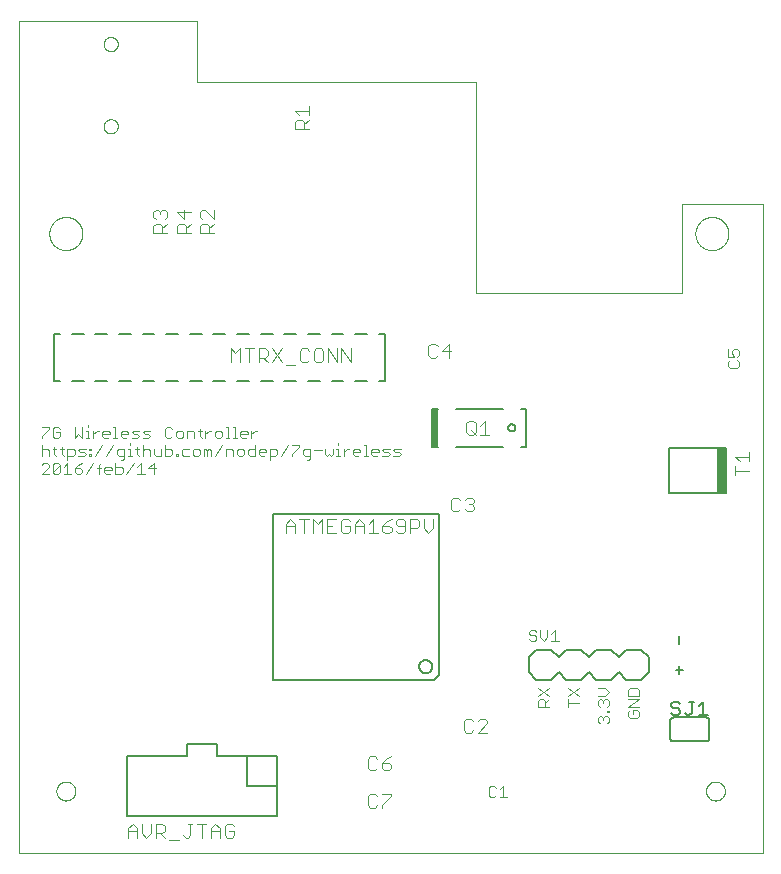
<source format=gto>
G75*
%MOIN*%
%OFA0B0*%
%FSLAX25Y25*%
%IPPOS*%
%LPD*%
%AMOC8*
5,1,8,0,0,1.08239X$1,22.5*
%
%ADD10C,0.00000*%
%ADD11C,0.00300*%
%ADD12C,0.00600*%
%ADD13C,0.00400*%
%ADD14C,0.00500*%
%ADD15R,0.02165X0.12598*%
%ADD16C,0.00800*%
%ADD17R,0.03150X0.14961*%
D10*
X0001000Y0001000D02*
X0001000Y0278402D01*
X0060557Y0278402D01*
X0060557Y0258096D01*
X0153559Y0258096D01*
X0153559Y0187850D01*
X0222270Y0187850D01*
X0222270Y0217250D01*
X0249031Y0217250D01*
X0249031Y0001000D01*
X0001000Y0001000D01*
X0013598Y0021709D02*
X0013600Y0021821D01*
X0013606Y0021932D01*
X0013616Y0022044D01*
X0013630Y0022155D01*
X0013647Y0022265D01*
X0013669Y0022375D01*
X0013695Y0022484D01*
X0013724Y0022592D01*
X0013757Y0022698D01*
X0013794Y0022804D01*
X0013835Y0022908D01*
X0013880Y0023011D01*
X0013928Y0023112D01*
X0013979Y0023211D01*
X0014034Y0023308D01*
X0014093Y0023403D01*
X0014154Y0023497D01*
X0014219Y0023588D01*
X0014288Y0023676D01*
X0014359Y0023762D01*
X0014433Y0023846D01*
X0014511Y0023926D01*
X0014591Y0024004D01*
X0014674Y0024080D01*
X0014759Y0024152D01*
X0014847Y0024221D01*
X0014937Y0024287D01*
X0015030Y0024349D01*
X0015125Y0024409D01*
X0015222Y0024465D01*
X0015320Y0024517D01*
X0015421Y0024566D01*
X0015523Y0024611D01*
X0015627Y0024653D01*
X0015732Y0024691D01*
X0015839Y0024725D01*
X0015946Y0024755D01*
X0016055Y0024782D01*
X0016164Y0024804D01*
X0016275Y0024823D01*
X0016385Y0024838D01*
X0016497Y0024849D01*
X0016608Y0024856D01*
X0016720Y0024859D01*
X0016832Y0024858D01*
X0016944Y0024853D01*
X0017055Y0024844D01*
X0017166Y0024831D01*
X0017277Y0024814D01*
X0017387Y0024794D01*
X0017496Y0024769D01*
X0017604Y0024741D01*
X0017711Y0024708D01*
X0017817Y0024672D01*
X0017921Y0024632D01*
X0018024Y0024589D01*
X0018126Y0024542D01*
X0018225Y0024491D01*
X0018323Y0024437D01*
X0018419Y0024379D01*
X0018513Y0024318D01*
X0018604Y0024254D01*
X0018693Y0024187D01*
X0018780Y0024116D01*
X0018864Y0024042D01*
X0018946Y0023966D01*
X0019024Y0023886D01*
X0019100Y0023804D01*
X0019173Y0023719D01*
X0019243Y0023632D01*
X0019309Y0023542D01*
X0019373Y0023450D01*
X0019433Y0023356D01*
X0019490Y0023260D01*
X0019543Y0023161D01*
X0019593Y0023061D01*
X0019639Y0022960D01*
X0019682Y0022856D01*
X0019721Y0022751D01*
X0019756Y0022645D01*
X0019787Y0022538D01*
X0019815Y0022429D01*
X0019838Y0022320D01*
X0019858Y0022210D01*
X0019874Y0022099D01*
X0019886Y0021988D01*
X0019894Y0021877D01*
X0019898Y0021765D01*
X0019898Y0021653D01*
X0019894Y0021541D01*
X0019886Y0021430D01*
X0019874Y0021319D01*
X0019858Y0021208D01*
X0019838Y0021098D01*
X0019815Y0020989D01*
X0019787Y0020880D01*
X0019756Y0020773D01*
X0019721Y0020667D01*
X0019682Y0020562D01*
X0019639Y0020458D01*
X0019593Y0020357D01*
X0019543Y0020257D01*
X0019490Y0020158D01*
X0019433Y0020062D01*
X0019373Y0019968D01*
X0019309Y0019876D01*
X0019243Y0019786D01*
X0019173Y0019699D01*
X0019100Y0019614D01*
X0019024Y0019532D01*
X0018946Y0019452D01*
X0018864Y0019376D01*
X0018780Y0019302D01*
X0018693Y0019231D01*
X0018604Y0019164D01*
X0018513Y0019100D01*
X0018419Y0019039D01*
X0018323Y0018981D01*
X0018225Y0018927D01*
X0018126Y0018876D01*
X0018024Y0018829D01*
X0017921Y0018786D01*
X0017817Y0018746D01*
X0017711Y0018710D01*
X0017604Y0018677D01*
X0017496Y0018649D01*
X0017387Y0018624D01*
X0017277Y0018604D01*
X0017166Y0018587D01*
X0017055Y0018574D01*
X0016944Y0018565D01*
X0016832Y0018560D01*
X0016720Y0018559D01*
X0016608Y0018562D01*
X0016497Y0018569D01*
X0016385Y0018580D01*
X0016275Y0018595D01*
X0016164Y0018614D01*
X0016055Y0018636D01*
X0015946Y0018663D01*
X0015839Y0018693D01*
X0015732Y0018727D01*
X0015627Y0018765D01*
X0015523Y0018807D01*
X0015421Y0018852D01*
X0015320Y0018901D01*
X0015222Y0018953D01*
X0015125Y0019009D01*
X0015030Y0019069D01*
X0014937Y0019131D01*
X0014847Y0019197D01*
X0014759Y0019266D01*
X0014674Y0019338D01*
X0014591Y0019414D01*
X0014511Y0019492D01*
X0014433Y0019572D01*
X0014359Y0019656D01*
X0014288Y0019742D01*
X0014219Y0019830D01*
X0014154Y0019921D01*
X0014093Y0020015D01*
X0014034Y0020110D01*
X0013979Y0020207D01*
X0013928Y0020306D01*
X0013880Y0020407D01*
X0013835Y0020510D01*
X0013794Y0020614D01*
X0013757Y0020720D01*
X0013724Y0020826D01*
X0013695Y0020934D01*
X0013669Y0021043D01*
X0013647Y0021153D01*
X0013630Y0021263D01*
X0013616Y0021374D01*
X0013606Y0021486D01*
X0013600Y0021597D01*
X0013598Y0021709D01*
X0011236Y0207535D02*
X0011238Y0207683D01*
X0011244Y0207831D01*
X0011254Y0207979D01*
X0011268Y0208126D01*
X0011286Y0208273D01*
X0011307Y0208419D01*
X0011333Y0208565D01*
X0011363Y0208710D01*
X0011396Y0208854D01*
X0011434Y0208997D01*
X0011475Y0209139D01*
X0011520Y0209280D01*
X0011568Y0209420D01*
X0011621Y0209559D01*
X0011677Y0209696D01*
X0011737Y0209831D01*
X0011800Y0209965D01*
X0011867Y0210097D01*
X0011938Y0210227D01*
X0012012Y0210355D01*
X0012089Y0210481D01*
X0012170Y0210605D01*
X0012254Y0210727D01*
X0012341Y0210846D01*
X0012432Y0210963D01*
X0012526Y0211078D01*
X0012622Y0211190D01*
X0012722Y0211300D01*
X0012824Y0211406D01*
X0012930Y0211510D01*
X0013038Y0211611D01*
X0013149Y0211709D01*
X0013262Y0211805D01*
X0013378Y0211897D01*
X0013496Y0211986D01*
X0013617Y0212071D01*
X0013740Y0212154D01*
X0013865Y0212233D01*
X0013992Y0212309D01*
X0014121Y0212381D01*
X0014252Y0212450D01*
X0014385Y0212515D01*
X0014520Y0212576D01*
X0014656Y0212634D01*
X0014793Y0212689D01*
X0014932Y0212739D01*
X0015073Y0212786D01*
X0015214Y0212829D01*
X0015357Y0212869D01*
X0015501Y0212904D01*
X0015645Y0212936D01*
X0015791Y0212963D01*
X0015937Y0212987D01*
X0016084Y0213007D01*
X0016231Y0213023D01*
X0016378Y0213035D01*
X0016526Y0213043D01*
X0016674Y0213047D01*
X0016822Y0213047D01*
X0016970Y0213043D01*
X0017118Y0213035D01*
X0017265Y0213023D01*
X0017412Y0213007D01*
X0017559Y0212987D01*
X0017705Y0212963D01*
X0017851Y0212936D01*
X0017995Y0212904D01*
X0018139Y0212869D01*
X0018282Y0212829D01*
X0018423Y0212786D01*
X0018564Y0212739D01*
X0018703Y0212689D01*
X0018840Y0212634D01*
X0018976Y0212576D01*
X0019111Y0212515D01*
X0019244Y0212450D01*
X0019375Y0212381D01*
X0019504Y0212309D01*
X0019631Y0212233D01*
X0019756Y0212154D01*
X0019879Y0212071D01*
X0020000Y0211986D01*
X0020118Y0211897D01*
X0020234Y0211805D01*
X0020347Y0211709D01*
X0020458Y0211611D01*
X0020566Y0211510D01*
X0020672Y0211406D01*
X0020774Y0211300D01*
X0020874Y0211190D01*
X0020970Y0211078D01*
X0021064Y0210963D01*
X0021155Y0210846D01*
X0021242Y0210727D01*
X0021326Y0210605D01*
X0021407Y0210481D01*
X0021484Y0210355D01*
X0021558Y0210227D01*
X0021629Y0210097D01*
X0021696Y0209965D01*
X0021759Y0209831D01*
X0021819Y0209696D01*
X0021875Y0209559D01*
X0021928Y0209420D01*
X0021976Y0209280D01*
X0022021Y0209139D01*
X0022062Y0208997D01*
X0022100Y0208854D01*
X0022133Y0208710D01*
X0022163Y0208565D01*
X0022189Y0208419D01*
X0022210Y0208273D01*
X0022228Y0208126D01*
X0022242Y0207979D01*
X0022252Y0207831D01*
X0022258Y0207683D01*
X0022260Y0207535D01*
X0022258Y0207387D01*
X0022252Y0207239D01*
X0022242Y0207091D01*
X0022228Y0206944D01*
X0022210Y0206797D01*
X0022189Y0206651D01*
X0022163Y0206505D01*
X0022133Y0206360D01*
X0022100Y0206216D01*
X0022062Y0206073D01*
X0022021Y0205931D01*
X0021976Y0205790D01*
X0021928Y0205650D01*
X0021875Y0205511D01*
X0021819Y0205374D01*
X0021759Y0205239D01*
X0021696Y0205105D01*
X0021629Y0204973D01*
X0021558Y0204843D01*
X0021484Y0204715D01*
X0021407Y0204589D01*
X0021326Y0204465D01*
X0021242Y0204343D01*
X0021155Y0204224D01*
X0021064Y0204107D01*
X0020970Y0203992D01*
X0020874Y0203880D01*
X0020774Y0203770D01*
X0020672Y0203664D01*
X0020566Y0203560D01*
X0020458Y0203459D01*
X0020347Y0203361D01*
X0020234Y0203265D01*
X0020118Y0203173D01*
X0020000Y0203084D01*
X0019879Y0202999D01*
X0019756Y0202916D01*
X0019631Y0202837D01*
X0019504Y0202761D01*
X0019375Y0202689D01*
X0019244Y0202620D01*
X0019111Y0202555D01*
X0018976Y0202494D01*
X0018840Y0202436D01*
X0018703Y0202381D01*
X0018564Y0202331D01*
X0018423Y0202284D01*
X0018282Y0202241D01*
X0018139Y0202201D01*
X0017995Y0202166D01*
X0017851Y0202134D01*
X0017705Y0202107D01*
X0017559Y0202083D01*
X0017412Y0202063D01*
X0017265Y0202047D01*
X0017118Y0202035D01*
X0016970Y0202027D01*
X0016822Y0202023D01*
X0016674Y0202023D01*
X0016526Y0202027D01*
X0016378Y0202035D01*
X0016231Y0202047D01*
X0016084Y0202063D01*
X0015937Y0202083D01*
X0015791Y0202107D01*
X0015645Y0202134D01*
X0015501Y0202166D01*
X0015357Y0202201D01*
X0015214Y0202241D01*
X0015073Y0202284D01*
X0014932Y0202331D01*
X0014793Y0202381D01*
X0014656Y0202436D01*
X0014520Y0202494D01*
X0014385Y0202555D01*
X0014252Y0202620D01*
X0014121Y0202689D01*
X0013992Y0202761D01*
X0013865Y0202837D01*
X0013740Y0202916D01*
X0013617Y0202999D01*
X0013496Y0203084D01*
X0013378Y0203173D01*
X0013262Y0203265D01*
X0013149Y0203361D01*
X0013038Y0203459D01*
X0012930Y0203560D01*
X0012824Y0203664D01*
X0012722Y0203770D01*
X0012622Y0203880D01*
X0012526Y0203992D01*
X0012432Y0204107D01*
X0012341Y0204224D01*
X0012254Y0204343D01*
X0012170Y0204465D01*
X0012089Y0204589D01*
X0012012Y0204715D01*
X0011938Y0204843D01*
X0011867Y0204973D01*
X0011800Y0205105D01*
X0011737Y0205239D01*
X0011677Y0205374D01*
X0011621Y0205511D01*
X0011568Y0205650D01*
X0011520Y0205790D01*
X0011475Y0205931D01*
X0011434Y0206073D01*
X0011396Y0206216D01*
X0011363Y0206360D01*
X0011333Y0206505D01*
X0011307Y0206651D01*
X0011286Y0206797D01*
X0011268Y0206944D01*
X0011254Y0207091D01*
X0011244Y0207239D01*
X0011238Y0207387D01*
X0011236Y0207535D01*
X0029347Y0243283D02*
X0029349Y0243380D01*
X0029355Y0243477D01*
X0029365Y0243573D01*
X0029379Y0243669D01*
X0029397Y0243765D01*
X0029418Y0243859D01*
X0029444Y0243953D01*
X0029473Y0244045D01*
X0029507Y0244136D01*
X0029543Y0244226D01*
X0029584Y0244314D01*
X0029628Y0244400D01*
X0029676Y0244485D01*
X0029727Y0244567D01*
X0029781Y0244648D01*
X0029839Y0244726D01*
X0029900Y0244801D01*
X0029963Y0244874D01*
X0030030Y0244945D01*
X0030100Y0245012D01*
X0030172Y0245077D01*
X0030247Y0245138D01*
X0030325Y0245197D01*
X0030404Y0245252D01*
X0030486Y0245304D01*
X0030570Y0245352D01*
X0030656Y0245397D01*
X0030744Y0245439D01*
X0030833Y0245477D01*
X0030924Y0245511D01*
X0031016Y0245541D01*
X0031109Y0245568D01*
X0031204Y0245590D01*
X0031299Y0245609D01*
X0031395Y0245624D01*
X0031491Y0245635D01*
X0031588Y0245642D01*
X0031685Y0245645D01*
X0031782Y0245644D01*
X0031879Y0245639D01*
X0031975Y0245630D01*
X0032071Y0245617D01*
X0032167Y0245600D01*
X0032262Y0245579D01*
X0032355Y0245555D01*
X0032448Y0245526D01*
X0032540Y0245494D01*
X0032630Y0245458D01*
X0032718Y0245419D01*
X0032805Y0245375D01*
X0032890Y0245329D01*
X0032973Y0245278D01*
X0033054Y0245225D01*
X0033132Y0245168D01*
X0033209Y0245108D01*
X0033282Y0245045D01*
X0033353Y0244979D01*
X0033421Y0244910D01*
X0033487Y0244838D01*
X0033549Y0244764D01*
X0033608Y0244687D01*
X0033664Y0244608D01*
X0033717Y0244526D01*
X0033767Y0244443D01*
X0033812Y0244357D01*
X0033855Y0244270D01*
X0033894Y0244181D01*
X0033929Y0244091D01*
X0033960Y0243999D01*
X0033987Y0243906D01*
X0034011Y0243812D01*
X0034031Y0243717D01*
X0034047Y0243621D01*
X0034059Y0243525D01*
X0034067Y0243428D01*
X0034071Y0243331D01*
X0034071Y0243235D01*
X0034067Y0243138D01*
X0034059Y0243041D01*
X0034047Y0242945D01*
X0034031Y0242849D01*
X0034011Y0242754D01*
X0033987Y0242660D01*
X0033960Y0242567D01*
X0033929Y0242475D01*
X0033894Y0242385D01*
X0033855Y0242296D01*
X0033812Y0242209D01*
X0033767Y0242123D01*
X0033717Y0242040D01*
X0033664Y0241958D01*
X0033608Y0241879D01*
X0033549Y0241802D01*
X0033487Y0241728D01*
X0033421Y0241656D01*
X0033353Y0241587D01*
X0033282Y0241521D01*
X0033209Y0241458D01*
X0033132Y0241398D01*
X0033054Y0241341D01*
X0032973Y0241288D01*
X0032890Y0241237D01*
X0032805Y0241191D01*
X0032718Y0241147D01*
X0032630Y0241108D01*
X0032540Y0241072D01*
X0032448Y0241040D01*
X0032355Y0241011D01*
X0032262Y0240987D01*
X0032167Y0240966D01*
X0032071Y0240949D01*
X0031975Y0240936D01*
X0031879Y0240927D01*
X0031782Y0240922D01*
X0031685Y0240921D01*
X0031588Y0240924D01*
X0031491Y0240931D01*
X0031395Y0240942D01*
X0031299Y0240957D01*
X0031204Y0240976D01*
X0031109Y0240998D01*
X0031016Y0241025D01*
X0030924Y0241055D01*
X0030833Y0241089D01*
X0030744Y0241127D01*
X0030656Y0241169D01*
X0030570Y0241214D01*
X0030486Y0241262D01*
X0030404Y0241314D01*
X0030325Y0241369D01*
X0030247Y0241428D01*
X0030172Y0241489D01*
X0030100Y0241554D01*
X0030030Y0241621D01*
X0029963Y0241692D01*
X0029900Y0241765D01*
X0029839Y0241840D01*
X0029781Y0241918D01*
X0029727Y0241999D01*
X0029676Y0242081D01*
X0029628Y0242166D01*
X0029584Y0242252D01*
X0029543Y0242340D01*
X0029507Y0242430D01*
X0029473Y0242521D01*
X0029444Y0242613D01*
X0029418Y0242707D01*
X0029397Y0242801D01*
X0029379Y0242897D01*
X0029365Y0242993D01*
X0029355Y0243089D01*
X0029349Y0243186D01*
X0029347Y0243283D01*
X0029347Y0270685D02*
X0029349Y0270782D01*
X0029355Y0270879D01*
X0029365Y0270975D01*
X0029379Y0271071D01*
X0029397Y0271167D01*
X0029418Y0271261D01*
X0029444Y0271355D01*
X0029473Y0271447D01*
X0029507Y0271538D01*
X0029543Y0271628D01*
X0029584Y0271716D01*
X0029628Y0271802D01*
X0029676Y0271887D01*
X0029727Y0271969D01*
X0029781Y0272050D01*
X0029839Y0272128D01*
X0029900Y0272203D01*
X0029963Y0272276D01*
X0030030Y0272347D01*
X0030100Y0272414D01*
X0030172Y0272479D01*
X0030247Y0272540D01*
X0030325Y0272599D01*
X0030404Y0272654D01*
X0030486Y0272706D01*
X0030570Y0272754D01*
X0030656Y0272799D01*
X0030744Y0272841D01*
X0030833Y0272879D01*
X0030924Y0272913D01*
X0031016Y0272943D01*
X0031109Y0272970D01*
X0031204Y0272992D01*
X0031299Y0273011D01*
X0031395Y0273026D01*
X0031491Y0273037D01*
X0031588Y0273044D01*
X0031685Y0273047D01*
X0031782Y0273046D01*
X0031879Y0273041D01*
X0031975Y0273032D01*
X0032071Y0273019D01*
X0032167Y0273002D01*
X0032262Y0272981D01*
X0032355Y0272957D01*
X0032448Y0272928D01*
X0032540Y0272896D01*
X0032630Y0272860D01*
X0032718Y0272821D01*
X0032805Y0272777D01*
X0032890Y0272731D01*
X0032973Y0272680D01*
X0033054Y0272627D01*
X0033132Y0272570D01*
X0033209Y0272510D01*
X0033282Y0272447D01*
X0033353Y0272381D01*
X0033421Y0272312D01*
X0033487Y0272240D01*
X0033549Y0272166D01*
X0033608Y0272089D01*
X0033664Y0272010D01*
X0033717Y0271928D01*
X0033767Y0271845D01*
X0033812Y0271759D01*
X0033855Y0271672D01*
X0033894Y0271583D01*
X0033929Y0271493D01*
X0033960Y0271401D01*
X0033987Y0271308D01*
X0034011Y0271214D01*
X0034031Y0271119D01*
X0034047Y0271023D01*
X0034059Y0270927D01*
X0034067Y0270830D01*
X0034071Y0270733D01*
X0034071Y0270637D01*
X0034067Y0270540D01*
X0034059Y0270443D01*
X0034047Y0270347D01*
X0034031Y0270251D01*
X0034011Y0270156D01*
X0033987Y0270062D01*
X0033960Y0269969D01*
X0033929Y0269877D01*
X0033894Y0269787D01*
X0033855Y0269698D01*
X0033812Y0269611D01*
X0033767Y0269525D01*
X0033717Y0269442D01*
X0033664Y0269360D01*
X0033608Y0269281D01*
X0033549Y0269204D01*
X0033487Y0269130D01*
X0033421Y0269058D01*
X0033353Y0268989D01*
X0033282Y0268923D01*
X0033209Y0268860D01*
X0033132Y0268800D01*
X0033054Y0268743D01*
X0032973Y0268690D01*
X0032890Y0268639D01*
X0032805Y0268593D01*
X0032718Y0268549D01*
X0032630Y0268510D01*
X0032540Y0268474D01*
X0032448Y0268442D01*
X0032355Y0268413D01*
X0032262Y0268389D01*
X0032167Y0268368D01*
X0032071Y0268351D01*
X0031975Y0268338D01*
X0031879Y0268329D01*
X0031782Y0268324D01*
X0031685Y0268323D01*
X0031588Y0268326D01*
X0031491Y0268333D01*
X0031395Y0268344D01*
X0031299Y0268359D01*
X0031204Y0268378D01*
X0031109Y0268400D01*
X0031016Y0268427D01*
X0030924Y0268457D01*
X0030833Y0268491D01*
X0030744Y0268529D01*
X0030656Y0268571D01*
X0030570Y0268616D01*
X0030486Y0268664D01*
X0030404Y0268716D01*
X0030325Y0268771D01*
X0030247Y0268830D01*
X0030172Y0268891D01*
X0030100Y0268956D01*
X0030030Y0269023D01*
X0029963Y0269094D01*
X0029900Y0269167D01*
X0029839Y0269242D01*
X0029781Y0269320D01*
X0029727Y0269401D01*
X0029676Y0269483D01*
X0029628Y0269568D01*
X0029584Y0269654D01*
X0029543Y0269742D01*
X0029507Y0269832D01*
X0029473Y0269923D01*
X0029444Y0270015D01*
X0029418Y0270109D01*
X0029397Y0270203D01*
X0029379Y0270299D01*
X0029365Y0270395D01*
X0029355Y0270491D01*
X0029349Y0270588D01*
X0029347Y0270685D01*
X0226590Y0207535D02*
X0226592Y0207683D01*
X0226598Y0207831D01*
X0226608Y0207979D01*
X0226622Y0208126D01*
X0226640Y0208273D01*
X0226661Y0208419D01*
X0226687Y0208565D01*
X0226717Y0208710D01*
X0226750Y0208854D01*
X0226788Y0208997D01*
X0226829Y0209139D01*
X0226874Y0209280D01*
X0226922Y0209420D01*
X0226975Y0209559D01*
X0227031Y0209696D01*
X0227091Y0209831D01*
X0227154Y0209965D01*
X0227221Y0210097D01*
X0227292Y0210227D01*
X0227366Y0210355D01*
X0227443Y0210481D01*
X0227524Y0210605D01*
X0227608Y0210727D01*
X0227695Y0210846D01*
X0227786Y0210963D01*
X0227880Y0211078D01*
X0227976Y0211190D01*
X0228076Y0211300D01*
X0228178Y0211406D01*
X0228284Y0211510D01*
X0228392Y0211611D01*
X0228503Y0211709D01*
X0228616Y0211805D01*
X0228732Y0211897D01*
X0228850Y0211986D01*
X0228971Y0212071D01*
X0229094Y0212154D01*
X0229219Y0212233D01*
X0229346Y0212309D01*
X0229475Y0212381D01*
X0229606Y0212450D01*
X0229739Y0212515D01*
X0229874Y0212576D01*
X0230010Y0212634D01*
X0230147Y0212689D01*
X0230286Y0212739D01*
X0230427Y0212786D01*
X0230568Y0212829D01*
X0230711Y0212869D01*
X0230855Y0212904D01*
X0230999Y0212936D01*
X0231145Y0212963D01*
X0231291Y0212987D01*
X0231438Y0213007D01*
X0231585Y0213023D01*
X0231732Y0213035D01*
X0231880Y0213043D01*
X0232028Y0213047D01*
X0232176Y0213047D01*
X0232324Y0213043D01*
X0232472Y0213035D01*
X0232619Y0213023D01*
X0232766Y0213007D01*
X0232913Y0212987D01*
X0233059Y0212963D01*
X0233205Y0212936D01*
X0233349Y0212904D01*
X0233493Y0212869D01*
X0233636Y0212829D01*
X0233777Y0212786D01*
X0233918Y0212739D01*
X0234057Y0212689D01*
X0234194Y0212634D01*
X0234330Y0212576D01*
X0234465Y0212515D01*
X0234598Y0212450D01*
X0234729Y0212381D01*
X0234858Y0212309D01*
X0234985Y0212233D01*
X0235110Y0212154D01*
X0235233Y0212071D01*
X0235354Y0211986D01*
X0235472Y0211897D01*
X0235588Y0211805D01*
X0235701Y0211709D01*
X0235812Y0211611D01*
X0235920Y0211510D01*
X0236026Y0211406D01*
X0236128Y0211300D01*
X0236228Y0211190D01*
X0236324Y0211078D01*
X0236418Y0210963D01*
X0236509Y0210846D01*
X0236596Y0210727D01*
X0236680Y0210605D01*
X0236761Y0210481D01*
X0236838Y0210355D01*
X0236912Y0210227D01*
X0236983Y0210097D01*
X0237050Y0209965D01*
X0237113Y0209831D01*
X0237173Y0209696D01*
X0237229Y0209559D01*
X0237282Y0209420D01*
X0237330Y0209280D01*
X0237375Y0209139D01*
X0237416Y0208997D01*
X0237454Y0208854D01*
X0237487Y0208710D01*
X0237517Y0208565D01*
X0237543Y0208419D01*
X0237564Y0208273D01*
X0237582Y0208126D01*
X0237596Y0207979D01*
X0237606Y0207831D01*
X0237612Y0207683D01*
X0237614Y0207535D01*
X0237612Y0207387D01*
X0237606Y0207239D01*
X0237596Y0207091D01*
X0237582Y0206944D01*
X0237564Y0206797D01*
X0237543Y0206651D01*
X0237517Y0206505D01*
X0237487Y0206360D01*
X0237454Y0206216D01*
X0237416Y0206073D01*
X0237375Y0205931D01*
X0237330Y0205790D01*
X0237282Y0205650D01*
X0237229Y0205511D01*
X0237173Y0205374D01*
X0237113Y0205239D01*
X0237050Y0205105D01*
X0236983Y0204973D01*
X0236912Y0204843D01*
X0236838Y0204715D01*
X0236761Y0204589D01*
X0236680Y0204465D01*
X0236596Y0204343D01*
X0236509Y0204224D01*
X0236418Y0204107D01*
X0236324Y0203992D01*
X0236228Y0203880D01*
X0236128Y0203770D01*
X0236026Y0203664D01*
X0235920Y0203560D01*
X0235812Y0203459D01*
X0235701Y0203361D01*
X0235588Y0203265D01*
X0235472Y0203173D01*
X0235354Y0203084D01*
X0235233Y0202999D01*
X0235110Y0202916D01*
X0234985Y0202837D01*
X0234858Y0202761D01*
X0234729Y0202689D01*
X0234598Y0202620D01*
X0234465Y0202555D01*
X0234330Y0202494D01*
X0234194Y0202436D01*
X0234057Y0202381D01*
X0233918Y0202331D01*
X0233777Y0202284D01*
X0233636Y0202241D01*
X0233493Y0202201D01*
X0233349Y0202166D01*
X0233205Y0202134D01*
X0233059Y0202107D01*
X0232913Y0202083D01*
X0232766Y0202063D01*
X0232619Y0202047D01*
X0232472Y0202035D01*
X0232324Y0202027D01*
X0232176Y0202023D01*
X0232028Y0202023D01*
X0231880Y0202027D01*
X0231732Y0202035D01*
X0231585Y0202047D01*
X0231438Y0202063D01*
X0231291Y0202083D01*
X0231145Y0202107D01*
X0230999Y0202134D01*
X0230855Y0202166D01*
X0230711Y0202201D01*
X0230568Y0202241D01*
X0230427Y0202284D01*
X0230286Y0202331D01*
X0230147Y0202381D01*
X0230010Y0202436D01*
X0229874Y0202494D01*
X0229739Y0202555D01*
X0229606Y0202620D01*
X0229475Y0202689D01*
X0229346Y0202761D01*
X0229219Y0202837D01*
X0229094Y0202916D01*
X0228971Y0202999D01*
X0228850Y0203084D01*
X0228732Y0203173D01*
X0228616Y0203265D01*
X0228503Y0203361D01*
X0228392Y0203459D01*
X0228284Y0203560D01*
X0228178Y0203664D01*
X0228076Y0203770D01*
X0227976Y0203880D01*
X0227880Y0203992D01*
X0227786Y0204107D01*
X0227695Y0204224D01*
X0227608Y0204343D01*
X0227524Y0204465D01*
X0227443Y0204589D01*
X0227366Y0204715D01*
X0227292Y0204843D01*
X0227221Y0204973D01*
X0227154Y0205105D01*
X0227091Y0205239D01*
X0227031Y0205374D01*
X0226975Y0205511D01*
X0226922Y0205650D01*
X0226874Y0205790D01*
X0226829Y0205931D01*
X0226788Y0206073D01*
X0226750Y0206216D01*
X0226717Y0206360D01*
X0226687Y0206505D01*
X0226661Y0206651D01*
X0226640Y0206797D01*
X0226622Y0206944D01*
X0226608Y0207091D01*
X0226598Y0207239D01*
X0226592Y0207387D01*
X0226590Y0207535D01*
X0230133Y0021709D02*
X0230135Y0021821D01*
X0230141Y0021932D01*
X0230151Y0022044D01*
X0230165Y0022155D01*
X0230182Y0022265D01*
X0230204Y0022375D01*
X0230230Y0022484D01*
X0230259Y0022592D01*
X0230292Y0022698D01*
X0230329Y0022804D01*
X0230370Y0022908D01*
X0230415Y0023011D01*
X0230463Y0023112D01*
X0230514Y0023211D01*
X0230569Y0023308D01*
X0230628Y0023403D01*
X0230689Y0023497D01*
X0230754Y0023588D01*
X0230823Y0023676D01*
X0230894Y0023762D01*
X0230968Y0023846D01*
X0231046Y0023926D01*
X0231126Y0024004D01*
X0231209Y0024080D01*
X0231294Y0024152D01*
X0231382Y0024221D01*
X0231472Y0024287D01*
X0231565Y0024349D01*
X0231660Y0024409D01*
X0231757Y0024465D01*
X0231855Y0024517D01*
X0231956Y0024566D01*
X0232058Y0024611D01*
X0232162Y0024653D01*
X0232267Y0024691D01*
X0232374Y0024725D01*
X0232481Y0024755D01*
X0232590Y0024782D01*
X0232699Y0024804D01*
X0232810Y0024823D01*
X0232920Y0024838D01*
X0233032Y0024849D01*
X0233143Y0024856D01*
X0233255Y0024859D01*
X0233367Y0024858D01*
X0233479Y0024853D01*
X0233590Y0024844D01*
X0233701Y0024831D01*
X0233812Y0024814D01*
X0233922Y0024794D01*
X0234031Y0024769D01*
X0234139Y0024741D01*
X0234246Y0024708D01*
X0234352Y0024672D01*
X0234456Y0024632D01*
X0234559Y0024589D01*
X0234661Y0024542D01*
X0234760Y0024491D01*
X0234858Y0024437D01*
X0234954Y0024379D01*
X0235048Y0024318D01*
X0235139Y0024254D01*
X0235228Y0024187D01*
X0235315Y0024116D01*
X0235399Y0024042D01*
X0235481Y0023966D01*
X0235559Y0023886D01*
X0235635Y0023804D01*
X0235708Y0023719D01*
X0235778Y0023632D01*
X0235844Y0023542D01*
X0235908Y0023450D01*
X0235968Y0023356D01*
X0236025Y0023260D01*
X0236078Y0023161D01*
X0236128Y0023061D01*
X0236174Y0022960D01*
X0236217Y0022856D01*
X0236256Y0022751D01*
X0236291Y0022645D01*
X0236322Y0022538D01*
X0236350Y0022429D01*
X0236373Y0022320D01*
X0236393Y0022210D01*
X0236409Y0022099D01*
X0236421Y0021988D01*
X0236429Y0021877D01*
X0236433Y0021765D01*
X0236433Y0021653D01*
X0236429Y0021541D01*
X0236421Y0021430D01*
X0236409Y0021319D01*
X0236393Y0021208D01*
X0236373Y0021098D01*
X0236350Y0020989D01*
X0236322Y0020880D01*
X0236291Y0020773D01*
X0236256Y0020667D01*
X0236217Y0020562D01*
X0236174Y0020458D01*
X0236128Y0020357D01*
X0236078Y0020257D01*
X0236025Y0020158D01*
X0235968Y0020062D01*
X0235908Y0019968D01*
X0235844Y0019876D01*
X0235778Y0019786D01*
X0235708Y0019699D01*
X0235635Y0019614D01*
X0235559Y0019532D01*
X0235481Y0019452D01*
X0235399Y0019376D01*
X0235315Y0019302D01*
X0235228Y0019231D01*
X0235139Y0019164D01*
X0235048Y0019100D01*
X0234954Y0019039D01*
X0234858Y0018981D01*
X0234760Y0018927D01*
X0234661Y0018876D01*
X0234559Y0018829D01*
X0234456Y0018786D01*
X0234352Y0018746D01*
X0234246Y0018710D01*
X0234139Y0018677D01*
X0234031Y0018649D01*
X0233922Y0018624D01*
X0233812Y0018604D01*
X0233701Y0018587D01*
X0233590Y0018574D01*
X0233479Y0018565D01*
X0233367Y0018560D01*
X0233255Y0018559D01*
X0233143Y0018562D01*
X0233032Y0018569D01*
X0232920Y0018580D01*
X0232810Y0018595D01*
X0232699Y0018614D01*
X0232590Y0018636D01*
X0232481Y0018663D01*
X0232374Y0018693D01*
X0232267Y0018727D01*
X0232162Y0018765D01*
X0232058Y0018807D01*
X0231956Y0018852D01*
X0231855Y0018901D01*
X0231757Y0018953D01*
X0231660Y0019009D01*
X0231565Y0019069D01*
X0231472Y0019131D01*
X0231382Y0019197D01*
X0231294Y0019266D01*
X0231209Y0019338D01*
X0231126Y0019414D01*
X0231046Y0019492D01*
X0230968Y0019572D01*
X0230894Y0019656D01*
X0230823Y0019742D01*
X0230754Y0019830D01*
X0230689Y0019921D01*
X0230628Y0020015D01*
X0230569Y0020110D01*
X0230514Y0020207D01*
X0230463Y0020306D01*
X0230415Y0020407D01*
X0230370Y0020510D01*
X0230329Y0020614D01*
X0230292Y0020720D01*
X0230259Y0020826D01*
X0230230Y0020934D01*
X0230204Y0021043D01*
X0230182Y0021153D01*
X0230165Y0021263D01*
X0230151Y0021374D01*
X0230141Y0021486D01*
X0230135Y0021597D01*
X0230133Y0021709D01*
D11*
X0207108Y0046100D02*
X0207725Y0046717D01*
X0207725Y0047951D01*
X0207108Y0048568D01*
X0205873Y0048568D01*
X0205873Y0047334D01*
X0204639Y0048568D02*
X0204022Y0047951D01*
X0204022Y0046717D01*
X0204639Y0046100D01*
X0207108Y0046100D01*
X0207725Y0049783D02*
X0204022Y0049783D01*
X0207725Y0052252D01*
X0204022Y0052252D01*
X0204022Y0053466D02*
X0204022Y0055317D01*
X0204639Y0055935D01*
X0207108Y0055935D01*
X0207725Y0055317D01*
X0207725Y0053466D01*
X0204022Y0053466D01*
X0197725Y0054700D02*
X0196491Y0055935D01*
X0194022Y0055935D01*
X0194022Y0053466D02*
X0196491Y0053466D01*
X0197725Y0054700D01*
X0197108Y0052252D02*
X0197725Y0051634D01*
X0197725Y0050400D01*
X0197108Y0049783D01*
X0197108Y0048558D02*
X0197725Y0048558D01*
X0197725Y0047941D01*
X0197108Y0047941D01*
X0197108Y0048558D01*
X0197108Y0046727D02*
X0197725Y0046110D01*
X0197725Y0044875D01*
X0197108Y0044258D01*
X0195873Y0045492D02*
X0195873Y0046110D01*
X0196491Y0046727D01*
X0197108Y0046727D01*
X0195873Y0046110D02*
X0195256Y0046727D01*
X0194639Y0046727D01*
X0194022Y0046110D01*
X0194022Y0044875D01*
X0194639Y0044258D01*
X0194639Y0049783D02*
X0194022Y0050400D01*
X0194022Y0051634D01*
X0194639Y0052252D01*
X0195256Y0052252D01*
X0195873Y0051634D01*
X0196491Y0052252D01*
X0197108Y0052252D01*
X0195873Y0051634D02*
X0195873Y0051017D01*
X0187725Y0051017D02*
X0184022Y0051017D01*
X0184022Y0049783D02*
X0184022Y0052252D01*
X0184022Y0053466D02*
X0187725Y0055935D01*
X0187725Y0053466D02*
X0184022Y0055935D01*
X0177725Y0055935D02*
X0174022Y0053466D01*
X0174639Y0052252D02*
X0175873Y0052252D01*
X0176491Y0051634D01*
X0176491Y0049783D01*
X0177725Y0049783D02*
X0174022Y0049783D01*
X0174022Y0051634D01*
X0174639Y0052252D01*
X0176491Y0051017D02*
X0177725Y0052252D01*
X0177725Y0053466D02*
X0174022Y0055935D01*
X0162589Y0023476D02*
X0162589Y0019773D01*
X0161355Y0019773D02*
X0163823Y0019773D01*
X0161355Y0022242D02*
X0162589Y0023476D01*
X0160140Y0022859D02*
X0159523Y0023476D01*
X0158289Y0023476D01*
X0157672Y0022859D01*
X0157672Y0020390D01*
X0158289Y0019773D01*
X0159523Y0019773D01*
X0160140Y0020390D01*
X0097669Y0132166D02*
X0097052Y0132166D01*
X0097669Y0132166D02*
X0098287Y0132783D01*
X0098287Y0135869D01*
X0096435Y0135869D01*
X0095818Y0135252D01*
X0095818Y0134017D01*
X0096435Y0133400D01*
X0098287Y0133400D01*
X0099501Y0135252D02*
X0101970Y0135252D01*
X0103184Y0135869D02*
X0103184Y0134017D01*
X0103801Y0133400D01*
X0104418Y0134017D01*
X0105036Y0133400D01*
X0105653Y0134017D01*
X0105653Y0135869D01*
X0106867Y0135869D02*
X0107484Y0135869D01*
X0107484Y0133400D01*
X0106867Y0133400D02*
X0108102Y0133400D01*
X0109323Y0133400D02*
X0109323Y0135869D01*
X0110557Y0135869D02*
X0109323Y0134634D01*
X0110557Y0135869D02*
X0111174Y0135869D01*
X0112392Y0135252D02*
X0113009Y0135869D01*
X0114243Y0135869D01*
X0114861Y0135252D01*
X0114861Y0134634D01*
X0112392Y0134634D01*
X0112392Y0134017D02*
X0112392Y0135252D01*
X0112392Y0134017D02*
X0113009Y0133400D01*
X0114243Y0133400D01*
X0116075Y0133400D02*
X0117309Y0133400D01*
X0116692Y0133400D02*
X0116692Y0137103D01*
X0116075Y0137103D01*
X0118530Y0135252D02*
X0119148Y0135869D01*
X0120382Y0135869D01*
X0120999Y0135252D01*
X0120999Y0134634D01*
X0118530Y0134634D01*
X0118530Y0134017D02*
X0118530Y0135252D01*
X0118530Y0134017D02*
X0119148Y0133400D01*
X0120382Y0133400D01*
X0122214Y0133400D02*
X0124065Y0133400D01*
X0124682Y0134017D01*
X0124065Y0134634D01*
X0122831Y0134634D01*
X0122214Y0135252D01*
X0122831Y0135869D01*
X0124682Y0135869D01*
X0125897Y0135252D02*
X0126514Y0135869D01*
X0128366Y0135869D01*
X0127748Y0134634D02*
X0126514Y0134634D01*
X0125897Y0135252D01*
X0125897Y0133400D02*
X0127748Y0133400D01*
X0128366Y0134017D01*
X0127748Y0134634D01*
X0107484Y0137103D02*
X0107484Y0137720D01*
X0094603Y0137103D02*
X0094603Y0136486D01*
X0092135Y0134017D01*
X0092135Y0133400D01*
X0088451Y0133400D02*
X0090920Y0137103D01*
X0092135Y0137103D02*
X0094603Y0137103D01*
X0087237Y0135252D02*
X0087237Y0134017D01*
X0086620Y0133400D01*
X0084768Y0133400D01*
X0084768Y0132166D02*
X0084768Y0135869D01*
X0086620Y0135869D01*
X0087237Y0135252D01*
X0083554Y0135252D02*
X0083554Y0134634D01*
X0081085Y0134634D01*
X0081085Y0134017D02*
X0081085Y0135252D01*
X0081702Y0135869D01*
X0082937Y0135869D01*
X0083554Y0135252D01*
X0082937Y0133400D02*
X0081702Y0133400D01*
X0081085Y0134017D01*
X0079871Y0133400D02*
X0079871Y0137103D01*
X0079871Y0135869D02*
X0078019Y0135869D01*
X0077402Y0135252D01*
X0077402Y0134017D01*
X0078019Y0133400D01*
X0079871Y0133400D01*
X0076188Y0134017D02*
X0076188Y0135252D01*
X0075570Y0135869D01*
X0074336Y0135869D01*
X0073719Y0135252D01*
X0073719Y0134017D01*
X0074336Y0133400D01*
X0075570Y0133400D01*
X0076188Y0134017D01*
X0072505Y0133400D02*
X0072505Y0135252D01*
X0071887Y0135869D01*
X0070036Y0135869D01*
X0070036Y0133400D01*
X0066353Y0133400D02*
X0068821Y0137103D01*
X0068204Y0139400D02*
X0066970Y0139400D01*
X0066353Y0140017D01*
X0066353Y0141252D01*
X0066970Y0141869D01*
X0068204Y0141869D01*
X0068821Y0141252D01*
X0068821Y0140017D01*
X0068204Y0139400D01*
X0070036Y0139400D02*
X0071270Y0139400D01*
X0070653Y0139400D02*
X0070653Y0143103D01*
X0070036Y0143103D01*
X0072491Y0143103D02*
X0073108Y0143103D01*
X0073108Y0139400D01*
X0072491Y0139400D02*
X0073726Y0139400D01*
X0074947Y0140017D02*
X0074947Y0141252D01*
X0075564Y0141869D01*
X0076798Y0141869D01*
X0077415Y0141252D01*
X0077415Y0140634D01*
X0074947Y0140634D01*
X0074947Y0140017D02*
X0075564Y0139400D01*
X0076798Y0139400D01*
X0078630Y0139400D02*
X0078630Y0141869D01*
X0079864Y0141869D02*
X0080481Y0141869D01*
X0079864Y0141869D02*
X0078630Y0140634D01*
X0065135Y0141869D02*
X0064518Y0141869D01*
X0063283Y0140634D01*
X0063283Y0139400D02*
X0063283Y0141869D01*
X0062062Y0141869D02*
X0060828Y0141869D01*
X0061445Y0142486D02*
X0061445Y0140017D01*
X0062062Y0139400D01*
X0059613Y0139400D02*
X0059613Y0141252D01*
X0058996Y0141869D01*
X0057145Y0141869D01*
X0057145Y0139400D01*
X0055930Y0140017D02*
X0055930Y0141252D01*
X0055313Y0141869D01*
X0054079Y0141869D01*
X0053462Y0141252D01*
X0053462Y0140017D01*
X0054079Y0139400D01*
X0055313Y0139400D01*
X0055930Y0140017D01*
X0052247Y0140017D02*
X0051630Y0139400D01*
X0050396Y0139400D01*
X0049778Y0140017D01*
X0049778Y0142486D01*
X0050396Y0143103D01*
X0051630Y0143103D01*
X0052247Y0142486D01*
X0049778Y0137103D02*
X0049778Y0133400D01*
X0051630Y0133400D01*
X0052247Y0134017D01*
X0052247Y0135252D01*
X0051630Y0135869D01*
X0049778Y0135869D01*
X0048564Y0135869D02*
X0048564Y0133400D01*
X0046712Y0133400D01*
X0046095Y0134017D01*
X0046095Y0135869D01*
X0044881Y0135252D02*
X0044881Y0133400D01*
X0044881Y0135252D02*
X0044264Y0135869D01*
X0043029Y0135869D01*
X0042412Y0135252D01*
X0041191Y0135869D02*
X0039957Y0135869D01*
X0040574Y0136486D02*
X0040574Y0134017D01*
X0041191Y0133400D01*
X0042412Y0133400D02*
X0042412Y0137103D01*
X0042412Y0139400D02*
X0044264Y0139400D01*
X0044881Y0140017D01*
X0044264Y0140634D01*
X0043029Y0140634D01*
X0042412Y0141252D01*
X0043029Y0141869D01*
X0044881Y0141869D01*
X0041198Y0141869D02*
X0039346Y0141869D01*
X0038729Y0141252D01*
X0039346Y0140634D01*
X0040581Y0140634D01*
X0041198Y0140017D01*
X0040581Y0139400D01*
X0038729Y0139400D01*
X0037515Y0140634D02*
X0035046Y0140634D01*
X0035046Y0140017D02*
X0035046Y0141252D01*
X0035663Y0141869D01*
X0036897Y0141869D01*
X0037515Y0141252D01*
X0037515Y0140634D01*
X0036897Y0139400D02*
X0035663Y0139400D01*
X0035046Y0140017D01*
X0033825Y0139400D02*
X0032590Y0139400D01*
X0033208Y0139400D02*
X0033208Y0143103D01*
X0032590Y0143103D01*
X0030759Y0141869D02*
X0031376Y0141252D01*
X0031376Y0140634D01*
X0028907Y0140634D01*
X0028907Y0140017D02*
X0028907Y0141252D01*
X0029524Y0141869D01*
X0030759Y0141869D01*
X0030759Y0139400D02*
X0029524Y0139400D01*
X0028907Y0140017D01*
X0027690Y0141869D02*
X0027072Y0141869D01*
X0025838Y0140634D01*
X0025838Y0139400D02*
X0025838Y0141869D01*
X0024000Y0141869D02*
X0024000Y0139400D01*
X0023383Y0139400D02*
X0024617Y0139400D01*
X0022168Y0139400D02*
X0022168Y0143103D01*
X0023383Y0141869D02*
X0024000Y0141869D01*
X0024000Y0143103D02*
X0024000Y0143720D01*
X0020934Y0140634D02*
X0022168Y0139400D01*
X0020934Y0140634D02*
X0019699Y0139400D01*
X0019699Y0143103D01*
X0014802Y0142486D02*
X0014185Y0143103D01*
X0012950Y0143103D01*
X0012333Y0142486D01*
X0012333Y0140017D01*
X0012950Y0139400D01*
X0014185Y0139400D01*
X0014802Y0140017D01*
X0014802Y0141252D01*
X0013568Y0141252D01*
X0011119Y0142486D02*
X0008650Y0140017D01*
X0008650Y0139400D01*
X0008650Y0137103D02*
X0008650Y0133400D01*
X0008650Y0135252D02*
X0009267Y0135869D01*
X0010502Y0135869D01*
X0011119Y0135252D01*
X0011119Y0133400D01*
X0012950Y0134017D02*
X0012950Y0136486D01*
X0012333Y0135869D02*
X0013568Y0135869D01*
X0014789Y0135869D02*
X0016023Y0135869D01*
X0015406Y0136486D02*
X0015406Y0134017D01*
X0016023Y0133400D01*
X0017244Y0133400D02*
X0019096Y0133400D01*
X0019713Y0134017D01*
X0019713Y0135252D01*
X0019096Y0135869D01*
X0017244Y0135869D01*
X0017244Y0132166D01*
X0017251Y0131103D02*
X0017251Y0127400D01*
X0018485Y0127400D02*
X0016016Y0127400D01*
X0014802Y0128017D02*
X0014185Y0127400D01*
X0012950Y0127400D01*
X0012333Y0128017D01*
X0014802Y0130486D01*
X0014802Y0128017D01*
X0016016Y0129869D02*
X0017251Y0131103D01*
X0014802Y0130486D02*
X0014185Y0131103D01*
X0012950Y0131103D01*
X0012333Y0130486D01*
X0012333Y0128017D01*
X0011119Y0127400D02*
X0008650Y0127400D01*
X0011119Y0129869D01*
X0011119Y0130486D01*
X0010502Y0131103D01*
X0009267Y0131103D01*
X0008650Y0130486D01*
X0012950Y0134017D02*
X0013568Y0133400D01*
X0019699Y0129252D02*
X0021551Y0129252D01*
X0022168Y0128634D01*
X0022168Y0128017D01*
X0021551Y0127400D01*
X0020317Y0127400D01*
X0019699Y0128017D01*
X0019699Y0129252D01*
X0020934Y0130486D01*
X0022168Y0131103D01*
X0022779Y0133400D02*
X0020927Y0133400D01*
X0021544Y0134634D02*
X0020927Y0135252D01*
X0021544Y0135869D01*
X0023396Y0135869D01*
X0024610Y0135869D02*
X0024610Y0135252D01*
X0025227Y0135252D01*
X0025227Y0135869D01*
X0024610Y0135869D01*
X0024610Y0134017D02*
X0024610Y0133400D01*
X0025227Y0133400D01*
X0025227Y0134017D01*
X0024610Y0134017D01*
X0023396Y0134017D02*
X0022779Y0134634D01*
X0021544Y0134634D01*
X0022779Y0133400D02*
X0023396Y0134017D01*
X0026452Y0133400D02*
X0028921Y0137103D01*
X0032604Y0137103D02*
X0030135Y0133400D01*
X0028300Y0131103D02*
X0027683Y0130486D01*
X0027683Y0127400D01*
X0029521Y0128017D02*
X0029521Y0129252D01*
X0030138Y0129869D01*
X0031373Y0129869D01*
X0031990Y0129252D01*
X0031990Y0128634D01*
X0029521Y0128634D01*
X0029521Y0128017D02*
X0030138Y0127400D01*
X0031373Y0127400D01*
X0033204Y0127400D02*
X0035056Y0127400D01*
X0035673Y0128017D01*
X0035673Y0129252D01*
X0035056Y0129869D01*
X0033204Y0129869D01*
X0033204Y0131103D02*
X0033204Y0127400D01*
X0036887Y0127400D02*
X0039356Y0131103D01*
X0040571Y0129869D02*
X0041805Y0131103D01*
X0041805Y0127400D01*
X0040571Y0127400D02*
X0043039Y0127400D01*
X0044254Y0129252D02*
X0046723Y0129252D01*
X0046105Y0131103D02*
X0046105Y0127400D01*
X0044254Y0129252D02*
X0046105Y0131103D01*
X0053462Y0133400D02*
X0054079Y0133400D01*
X0054079Y0134017D01*
X0053462Y0134017D01*
X0053462Y0133400D01*
X0055303Y0134017D02*
X0055920Y0133400D01*
X0057772Y0133400D01*
X0058986Y0134017D02*
X0059603Y0133400D01*
X0060838Y0133400D01*
X0061455Y0134017D01*
X0061455Y0135252D01*
X0060838Y0135869D01*
X0059603Y0135869D01*
X0058986Y0135252D01*
X0058986Y0134017D01*
X0057772Y0135869D02*
X0055920Y0135869D01*
X0055303Y0135252D01*
X0055303Y0134017D01*
X0062669Y0133400D02*
X0062669Y0135869D01*
X0063287Y0135869D01*
X0063904Y0135252D01*
X0064521Y0135869D01*
X0065138Y0135252D01*
X0065138Y0133400D01*
X0063904Y0133400D02*
X0063904Y0135252D01*
X0038736Y0133400D02*
X0037501Y0133400D01*
X0038118Y0133400D02*
X0038118Y0135869D01*
X0037501Y0135869D01*
X0036287Y0135869D02*
X0034435Y0135869D01*
X0033818Y0135252D01*
X0033818Y0134017D01*
X0034435Y0133400D01*
X0036287Y0133400D01*
X0036287Y0132783D02*
X0036287Y0135869D01*
X0038118Y0137103D02*
X0038118Y0137720D01*
X0036287Y0132783D02*
X0035670Y0132166D01*
X0035053Y0132166D01*
X0028300Y0129252D02*
X0027066Y0129252D01*
X0025851Y0131103D02*
X0023383Y0127400D01*
X0011119Y0142486D02*
X0011119Y0143103D01*
X0008650Y0143103D01*
X0237510Y0163426D02*
X0238127Y0162809D01*
X0240596Y0162809D01*
X0241213Y0163426D01*
X0241213Y0164661D01*
X0240596Y0165278D01*
X0240596Y0166492D02*
X0241213Y0167110D01*
X0241213Y0168344D01*
X0240596Y0168961D01*
X0239362Y0168961D01*
X0238744Y0168344D01*
X0238744Y0167727D01*
X0239362Y0166492D01*
X0237510Y0166492D01*
X0237510Y0168961D01*
X0238127Y0165278D02*
X0237510Y0164661D01*
X0237510Y0163426D01*
D12*
X0208500Y0068874D02*
X0203500Y0068874D01*
X0201000Y0066374D01*
X0198500Y0068874D01*
X0193500Y0068874D01*
X0191000Y0066374D01*
X0188500Y0068874D01*
X0183500Y0068874D01*
X0181000Y0066374D01*
X0178500Y0068874D01*
X0173500Y0068874D01*
X0171000Y0066374D01*
X0171000Y0061374D01*
X0173500Y0058874D01*
X0178500Y0058874D01*
X0181000Y0061374D01*
X0183500Y0058874D01*
X0188500Y0058874D01*
X0191000Y0061374D01*
X0193500Y0058874D01*
X0198500Y0058874D01*
X0201000Y0061374D01*
X0203500Y0058874D01*
X0208500Y0058874D01*
X0211000Y0061374D01*
X0211000Y0066374D01*
X0208500Y0068874D01*
X0219250Y0046250D02*
X0230250Y0046250D01*
X0230310Y0046248D01*
X0230371Y0046243D01*
X0230430Y0046234D01*
X0230489Y0046221D01*
X0230548Y0046205D01*
X0230605Y0046185D01*
X0230660Y0046162D01*
X0230715Y0046135D01*
X0230767Y0046106D01*
X0230818Y0046073D01*
X0230867Y0046037D01*
X0230913Y0045999D01*
X0230957Y0045957D01*
X0230999Y0045913D01*
X0231037Y0045867D01*
X0231073Y0045818D01*
X0231106Y0045767D01*
X0231135Y0045715D01*
X0231162Y0045660D01*
X0231185Y0045605D01*
X0231205Y0045548D01*
X0231221Y0045489D01*
X0231234Y0045430D01*
X0231243Y0045371D01*
X0231248Y0045310D01*
X0231250Y0045250D01*
X0231250Y0039250D01*
X0231248Y0039190D01*
X0231243Y0039129D01*
X0231234Y0039070D01*
X0231221Y0039011D01*
X0231205Y0038952D01*
X0231185Y0038895D01*
X0231162Y0038840D01*
X0231135Y0038785D01*
X0231106Y0038733D01*
X0231073Y0038682D01*
X0231037Y0038633D01*
X0230999Y0038587D01*
X0230957Y0038543D01*
X0230913Y0038501D01*
X0230867Y0038463D01*
X0230818Y0038427D01*
X0230767Y0038394D01*
X0230715Y0038365D01*
X0230660Y0038338D01*
X0230605Y0038315D01*
X0230548Y0038295D01*
X0230489Y0038279D01*
X0230430Y0038266D01*
X0230371Y0038257D01*
X0230310Y0038252D01*
X0230250Y0038250D01*
X0219250Y0038250D01*
X0219190Y0038252D01*
X0219129Y0038257D01*
X0219070Y0038266D01*
X0219011Y0038279D01*
X0218952Y0038295D01*
X0218895Y0038315D01*
X0218840Y0038338D01*
X0218785Y0038365D01*
X0218733Y0038394D01*
X0218682Y0038427D01*
X0218633Y0038463D01*
X0218587Y0038501D01*
X0218543Y0038543D01*
X0218501Y0038587D01*
X0218463Y0038633D01*
X0218427Y0038682D01*
X0218394Y0038733D01*
X0218365Y0038785D01*
X0218338Y0038840D01*
X0218315Y0038895D01*
X0218295Y0038952D01*
X0218279Y0039011D01*
X0218266Y0039070D01*
X0218257Y0039129D01*
X0218252Y0039190D01*
X0218250Y0039250D01*
X0218250Y0045250D01*
X0218252Y0045310D01*
X0218257Y0045371D01*
X0218266Y0045430D01*
X0218279Y0045489D01*
X0218295Y0045548D01*
X0218315Y0045605D01*
X0218338Y0045660D01*
X0218365Y0045715D01*
X0218394Y0045767D01*
X0218427Y0045818D01*
X0218463Y0045867D01*
X0218501Y0045913D01*
X0218543Y0045957D01*
X0218587Y0045999D01*
X0218633Y0046037D01*
X0218682Y0046073D01*
X0218733Y0046106D01*
X0218785Y0046135D01*
X0218840Y0046162D01*
X0218895Y0046185D01*
X0218952Y0046205D01*
X0219011Y0046221D01*
X0219070Y0046234D01*
X0219129Y0046243D01*
X0219190Y0046248D01*
X0219250Y0046250D01*
X0141260Y0060374D02*
X0139559Y0058673D01*
X0085858Y0058673D01*
X0085858Y0114075D01*
X0141260Y0114075D01*
X0141260Y0060374D01*
X0134509Y0063224D02*
X0134511Y0063317D01*
X0134517Y0063411D01*
X0134527Y0063503D01*
X0134541Y0063596D01*
X0134558Y0063687D01*
X0134580Y0063778D01*
X0134605Y0063868D01*
X0134635Y0063957D01*
X0134668Y0064044D01*
X0134704Y0064130D01*
X0134745Y0064214D01*
X0134788Y0064297D01*
X0134836Y0064377D01*
X0134886Y0064456D01*
X0134940Y0064532D01*
X0134997Y0064606D01*
X0135058Y0064677D01*
X0135121Y0064746D01*
X0135187Y0064812D01*
X0135256Y0064875D01*
X0135327Y0064936D01*
X0135401Y0064993D01*
X0135477Y0065047D01*
X0135556Y0065097D01*
X0135636Y0065145D01*
X0135719Y0065188D01*
X0135803Y0065229D01*
X0135889Y0065265D01*
X0135976Y0065298D01*
X0136065Y0065328D01*
X0136155Y0065353D01*
X0136246Y0065375D01*
X0136337Y0065392D01*
X0136430Y0065406D01*
X0136522Y0065416D01*
X0136616Y0065422D01*
X0136709Y0065424D01*
X0136802Y0065422D01*
X0136896Y0065416D01*
X0136988Y0065406D01*
X0137081Y0065392D01*
X0137172Y0065375D01*
X0137263Y0065353D01*
X0137353Y0065328D01*
X0137442Y0065298D01*
X0137529Y0065265D01*
X0137615Y0065229D01*
X0137699Y0065188D01*
X0137782Y0065145D01*
X0137862Y0065097D01*
X0137941Y0065047D01*
X0138017Y0064993D01*
X0138091Y0064936D01*
X0138162Y0064875D01*
X0138231Y0064812D01*
X0138297Y0064746D01*
X0138360Y0064677D01*
X0138421Y0064606D01*
X0138478Y0064532D01*
X0138532Y0064456D01*
X0138582Y0064377D01*
X0138630Y0064297D01*
X0138673Y0064214D01*
X0138714Y0064130D01*
X0138750Y0064044D01*
X0138783Y0063957D01*
X0138813Y0063868D01*
X0138838Y0063778D01*
X0138860Y0063687D01*
X0138877Y0063596D01*
X0138891Y0063503D01*
X0138901Y0063411D01*
X0138907Y0063317D01*
X0138909Y0063224D01*
X0138907Y0063131D01*
X0138901Y0063037D01*
X0138891Y0062945D01*
X0138877Y0062852D01*
X0138860Y0062761D01*
X0138838Y0062670D01*
X0138813Y0062580D01*
X0138783Y0062491D01*
X0138750Y0062404D01*
X0138714Y0062318D01*
X0138673Y0062234D01*
X0138630Y0062151D01*
X0138582Y0062071D01*
X0138532Y0061992D01*
X0138478Y0061916D01*
X0138421Y0061842D01*
X0138360Y0061771D01*
X0138297Y0061702D01*
X0138231Y0061636D01*
X0138162Y0061573D01*
X0138091Y0061512D01*
X0138017Y0061455D01*
X0137941Y0061401D01*
X0137862Y0061351D01*
X0137782Y0061303D01*
X0137699Y0061260D01*
X0137615Y0061219D01*
X0137529Y0061183D01*
X0137442Y0061150D01*
X0137353Y0061120D01*
X0137263Y0061095D01*
X0137172Y0061073D01*
X0137081Y0061056D01*
X0136988Y0061042D01*
X0136896Y0061032D01*
X0136802Y0061026D01*
X0136709Y0061024D01*
X0136616Y0061026D01*
X0136522Y0061032D01*
X0136430Y0061042D01*
X0136337Y0061056D01*
X0136246Y0061073D01*
X0136155Y0061095D01*
X0136065Y0061120D01*
X0135976Y0061150D01*
X0135889Y0061183D01*
X0135803Y0061219D01*
X0135719Y0061260D01*
X0135636Y0061303D01*
X0135556Y0061351D01*
X0135477Y0061401D01*
X0135401Y0061455D01*
X0135327Y0061512D01*
X0135256Y0061573D01*
X0135187Y0061636D01*
X0135121Y0061702D01*
X0135058Y0061771D01*
X0134997Y0061842D01*
X0134940Y0061916D01*
X0134886Y0061992D01*
X0134836Y0062071D01*
X0134788Y0062151D01*
X0134745Y0062234D01*
X0134704Y0062318D01*
X0134668Y0062404D01*
X0134635Y0062491D01*
X0134605Y0062580D01*
X0134580Y0062670D01*
X0134558Y0062761D01*
X0134541Y0062852D01*
X0134527Y0062945D01*
X0134517Y0063037D01*
X0134511Y0063131D01*
X0134509Y0063224D01*
D13*
X0150166Y0045804D02*
X0149399Y0045037D01*
X0149399Y0041967D01*
X0150166Y0041200D01*
X0151701Y0041200D01*
X0152468Y0041967D01*
X0154003Y0041200D02*
X0157072Y0044269D01*
X0157072Y0045037D01*
X0156305Y0045804D01*
X0154770Y0045804D01*
X0154003Y0045037D01*
X0152468Y0045037D02*
X0151701Y0045804D01*
X0150166Y0045804D01*
X0154003Y0041200D02*
X0157072Y0041200D01*
X0171801Y0071824D02*
X0171200Y0072425D01*
X0171801Y0071824D02*
X0173002Y0071824D01*
X0173602Y0072425D01*
X0173602Y0073025D01*
X0173002Y0073626D01*
X0171801Y0073626D01*
X0171200Y0074226D01*
X0171200Y0074827D01*
X0171801Y0075427D01*
X0173002Y0075427D01*
X0173602Y0074827D01*
X0174883Y0075427D02*
X0174883Y0073025D01*
X0176084Y0071824D01*
X0177285Y0073025D01*
X0177285Y0075427D01*
X0178566Y0074226D02*
X0179767Y0075427D01*
X0179767Y0071824D01*
X0178566Y0071824D02*
X0180968Y0071824D01*
X0152023Y0114950D02*
X0150488Y0114950D01*
X0149721Y0115717D01*
X0148186Y0115717D02*
X0147419Y0114950D01*
X0145884Y0114950D01*
X0145117Y0115717D01*
X0145117Y0118787D01*
X0145884Y0119554D01*
X0147419Y0119554D01*
X0148186Y0118787D01*
X0149721Y0118787D02*
X0150488Y0119554D01*
X0152023Y0119554D01*
X0152790Y0118787D01*
X0152790Y0118019D01*
X0152023Y0117252D01*
X0152790Y0116485D01*
X0152790Y0115717D01*
X0152023Y0114950D01*
X0152023Y0117252D02*
X0151256Y0117252D01*
X0139118Y0112378D02*
X0139118Y0109309D01*
X0137583Y0107774D01*
X0136048Y0109309D01*
X0136048Y0112378D01*
X0134514Y0111611D02*
X0134514Y0110076D01*
X0133746Y0109309D01*
X0131444Y0109309D01*
X0131444Y0107774D02*
X0131444Y0112378D01*
X0133746Y0112378D01*
X0134514Y0111611D01*
X0129910Y0111611D02*
X0129910Y0108541D01*
X0129142Y0107774D01*
X0127608Y0107774D01*
X0126840Y0108541D01*
X0125306Y0108541D02*
X0125306Y0109309D01*
X0124538Y0110076D01*
X0122237Y0110076D01*
X0122237Y0108541D01*
X0123004Y0107774D01*
X0124538Y0107774D01*
X0125306Y0108541D01*
X0126840Y0110843D02*
X0127608Y0110076D01*
X0129910Y0110076D01*
X0129910Y0111611D02*
X0129142Y0112378D01*
X0127608Y0112378D01*
X0126840Y0111611D01*
X0126840Y0110843D01*
X0125306Y0112378D02*
X0123771Y0111611D01*
X0122237Y0110076D01*
X0120702Y0107774D02*
X0117633Y0107774D01*
X0119167Y0107774D02*
X0119167Y0112378D01*
X0117633Y0110843D01*
X0116098Y0110843D02*
X0116098Y0107774D01*
X0116098Y0110076D02*
X0113029Y0110076D01*
X0113029Y0110843D02*
X0114563Y0112378D01*
X0116098Y0110843D01*
X0113029Y0110843D02*
X0113029Y0107774D01*
X0111494Y0108541D02*
X0111494Y0110076D01*
X0109959Y0110076D01*
X0108425Y0111611D02*
X0108425Y0108541D01*
X0109192Y0107774D01*
X0110727Y0107774D01*
X0111494Y0108541D01*
X0111494Y0111611D02*
X0110727Y0112378D01*
X0109192Y0112378D01*
X0108425Y0111611D01*
X0106890Y0112378D02*
X0103821Y0112378D01*
X0103821Y0107774D01*
X0106890Y0107774D01*
X0105355Y0110076D02*
X0103821Y0110076D01*
X0102286Y0112378D02*
X0102286Y0107774D01*
X0099217Y0107774D02*
X0099217Y0112378D01*
X0100752Y0110843D01*
X0102286Y0112378D01*
X0097682Y0112378D02*
X0094613Y0112378D01*
X0096148Y0112378D02*
X0096148Y0107774D01*
X0093078Y0107774D02*
X0093078Y0110843D01*
X0091544Y0112378D01*
X0090009Y0110843D01*
X0090009Y0107774D01*
X0090009Y0110076D02*
X0093078Y0110076D01*
X0093246Y0163878D02*
X0090177Y0163878D01*
X0088642Y0164645D02*
X0085573Y0169249D01*
X0084038Y0168481D02*
X0084038Y0166947D01*
X0083271Y0166180D01*
X0080969Y0166180D01*
X0082504Y0166180D02*
X0084038Y0164645D01*
X0085573Y0164645D02*
X0088642Y0169249D01*
X0084038Y0168481D02*
X0083271Y0169249D01*
X0080969Y0169249D01*
X0080969Y0164645D01*
X0077900Y0164645D02*
X0077900Y0169249D01*
X0079434Y0169249D02*
X0076365Y0169249D01*
X0074830Y0169249D02*
X0073296Y0167714D01*
X0071761Y0169249D01*
X0071761Y0164645D01*
X0074830Y0164645D02*
X0074830Y0169249D01*
X0094781Y0168481D02*
X0094781Y0165412D01*
X0095548Y0164645D01*
X0097083Y0164645D01*
X0097850Y0165412D01*
X0099385Y0165412D02*
X0100152Y0164645D01*
X0101687Y0164645D01*
X0102454Y0165412D01*
X0102454Y0168481D01*
X0101687Y0169249D01*
X0100152Y0169249D01*
X0099385Y0168481D01*
X0099385Y0165412D01*
X0097850Y0168481D02*
X0097083Y0169249D01*
X0095548Y0169249D01*
X0094781Y0168481D01*
X0103988Y0169249D02*
X0103988Y0164645D01*
X0107058Y0164645D02*
X0107058Y0169249D01*
X0108592Y0169249D02*
X0111662Y0164645D01*
X0111662Y0169249D01*
X0108592Y0169249D02*
X0108592Y0164645D01*
X0107058Y0164645D02*
X0103988Y0169249D01*
X0137617Y0170037D02*
X0137617Y0166967D01*
X0138384Y0166200D01*
X0139919Y0166200D01*
X0140686Y0166967D01*
X0142221Y0168502D02*
X0145290Y0168502D01*
X0144523Y0166200D02*
X0144523Y0170804D01*
X0142221Y0168502D01*
X0140686Y0170037D02*
X0139919Y0170804D01*
X0138384Y0170804D01*
X0137617Y0170037D01*
X0151052Y0145085D02*
X0152587Y0145085D01*
X0153354Y0144318D01*
X0153354Y0141249D01*
X0152587Y0140481D01*
X0151052Y0140481D01*
X0150285Y0141249D01*
X0150285Y0144318D01*
X0151052Y0145085D01*
X0151819Y0142016D02*
X0153354Y0140481D01*
X0154889Y0140481D02*
X0157958Y0140481D01*
X0156423Y0140481D02*
X0156423Y0145085D01*
X0154889Y0143551D01*
X0239946Y0133131D02*
X0244550Y0133131D01*
X0244550Y0134665D02*
X0244550Y0131596D01*
X0244550Y0128527D02*
X0239946Y0128527D01*
X0239946Y0130061D02*
X0239946Y0126992D01*
X0241481Y0131596D02*
X0239946Y0133131D01*
X0125123Y0033304D02*
X0123589Y0032537D01*
X0122054Y0031002D01*
X0124356Y0031002D01*
X0125123Y0030235D01*
X0125123Y0029467D01*
X0124356Y0028700D01*
X0122821Y0028700D01*
X0122054Y0029467D01*
X0122054Y0031002D01*
X0120519Y0032537D02*
X0119752Y0033304D01*
X0118217Y0033304D01*
X0117450Y0032537D01*
X0117450Y0029467D01*
X0118217Y0028700D01*
X0119752Y0028700D01*
X0120519Y0029467D01*
X0119752Y0020804D02*
X0118217Y0020804D01*
X0117450Y0020037D01*
X0117450Y0016967D01*
X0118217Y0016200D01*
X0119752Y0016200D01*
X0120519Y0016967D01*
X0122054Y0016967D02*
X0122054Y0016200D01*
X0122054Y0016967D02*
X0125123Y0020037D01*
X0125123Y0020804D01*
X0122054Y0020804D01*
X0120519Y0020037D02*
X0119752Y0020804D01*
X0072747Y0010037D02*
X0071979Y0010804D01*
X0070445Y0010804D01*
X0069677Y0010037D01*
X0069677Y0006967D01*
X0070445Y0006200D01*
X0071979Y0006200D01*
X0072747Y0006967D01*
X0072747Y0008502D01*
X0071212Y0008502D01*
X0068143Y0008502D02*
X0065074Y0008502D01*
X0065074Y0009269D02*
X0065074Y0006200D01*
X0068143Y0006200D02*
X0068143Y0009269D01*
X0066608Y0010804D01*
X0065074Y0009269D01*
X0063539Y0010804D02*
X0060470Y0010804D01*
X0062004Y0010804D02*
X0062004Y0006200D01*
X0058168Y0006967D02*
X0058168Y0010804D01*
X0058935Y0010804D02*
X0057400Y0010804D01*
X0058168Y0006967D02*
X0057400Y0006200D01*
X0056633Y0006200D01*
X0055866Y0006967D01*
X0054331Y0005433D02*
X0051262Y0005433D01*
X0049727Y0006200D02*
X0048192Y0007735D01*
X0048960Y0007735D02*
X0046658Y0007735D01*
X0045123Y0007735D02*
X0045123Y0010804D01*
X0046658Y0010804D02*
X0048960Y0010804D01*
X0049727Y0010037D01*
X0049727Y0008502D01*
X0048960Y0007735D01*
X0046658Y0006200D02*
X0046658Y0010804D01*
X0045123Y0007735D02*
X0043589Y0006200D01*
X0042054Y0007735D01*
X0042054Y0010804D01*
X0040519Y0009269D02*
X0040519Y0006200D01*
X0040519Y0008502D02*
X0037450Y0008502D01*
X0037450Y0009269D02*
X0037450Y0006200D01*
X0037450Y0009269D02*
X0038985Y0010804D01*
X0040519Y0009269D01*
X0045871Y0207785D02*
X0045871Y0210087D01*
X0046639Y0210854D01*
X0048173Y0210854D01*
X0048941Y0210087D01*
X0048941Y0207785D01*
X0050475Y0207785D02*
X0045871Y0207785D01*
X0048941Y0209319D02*
X0050475Y0210854D01*
X0049708Y0212389D02*
X0050475Y0213156D01*
X0050475Y0214691D01*
X0049708Y0215458D01*
X0048941Y0215458D01*
X0048173Y0214691D01*
X0048173Y0213923D01*
X0048173Y0214691D02*
X0047406Y0215458D01*
X0046639Y0215458D01*
X0045871Y0214691D01*
X0045871Y0213156D01*
X0046639Y0212389D01*
X0053696Y0210096D02*
X0053696Y0207794D01*
X0058300Y0207794D01*
X0056765Y0207794D02*
X0056765Y0210096D01*
X0055998Y0210864D01*
X0054463Y0210864D01*
X0053696Y0210096D01*
X0056765Y0209329D02*
X0058300Y0210864D01*
X0055998Y0212398D02*
X0055998Y0215468D01*
X0053696Y0214700D02*
X0055998Y0212398D01*
X0058300Y0214700D02*
X0053696Y0214700D01*
X0061496Y0214700D02*
X0061496Y0213166D01*
X0062263Y0212398D01*
X0062263Y0210864D02*
X0063798Y0210864D01*
X0064565Y0210096D01*
X0064565Y0207794D01*
X0066100Y0207794D02*
X0061496Y0207794D01*
X0061496Y0210096D01*
X0062263Y0210864D01*
X0064565Y0209329D02*
X0066100Y0210864D01*
X0066100Y0212398D02*
X0063031Y0215468D01*
X0062263Y0215468D01*
X0061496Y0214700D01*
X0066100Y0215468D02*
X0066100Y0212398D01*
X0093086Y0242401D02*
X0093086Y0244703D01*
X0093853Y0245470D01*
X0095388Y0245470D01*
X0096155Y0244703D01*
X0096155Y0242401D01*
X0096155Y0243935D02*
X0097690Y0245470D01*
X0097690Y0247005D02*
X0097690Y0250074D01*
X0097690Y0248539D02*
X0093086Y0248539D01*
X0094620Y0247005D01*
X0093086Y0242401D02*
X0097690Y0242401D01*
D14*
X0097457Y0174071D02*
X0101394Y0174071D01*
X0105331Y0174071D02*
X0109268Y0174071D01*
X0113205Y0174071D02*
X0117142Y0174071D01*
X0121079Y0174071D02*
X0123047Y0174071D01*
X0123047Y0158323D01*
X0121079Y0158323D01*
X0117142Y0158323D02*
X0113205Y0158323D01*
X0109268Y0158323D02*
X0105331Y0158323D01*
X0101394Y0158323D02*
X0097457Y0158323D01*
X0093520Y0158323D02*
X0089583Y0158323D01*
X0085646Y0158323D02*
X0081709Y0158323D01*
X0077772Y0158323D02*
X0073835Y0158323D01*
X0069898Y0158323D02*
X0065961Y0158323D01*
X0062024Y0158323D02*
X0058087Y0158323D01*
X0054150Y0158323D02*
X0050213Y0158323D01*
X0046276Y0158323D02*
X0042339Y0158323D01*
X0038402Y0158323D02*
X0034465Y0158323D01*
X0030528Y0158323D02*
X0026591Y0158323D01*
X0022654Y0158323D02*
X0018717Y0158323D01*
X0014780Y0158323D02*
X0012811Y0158323D01*
X0012811Y0174071D01*
X0014780Y0174071D01*
X0018717Y0174071D02*
X0022654Y0174071D01*
X0026591Y0174071D02*
X0030528Y0174071D01*
X0034465Y0174071D02*
X0038402Y0174071D01*
X0042339Y0174071D02*
X0046276Y0174071D01*
X0050213Y0174071D02*
X0054150Y0174071D01*
X0058087Y0174071D02*
X0062024Y0174071D01*
X0065961Y0174071D02*
X0069898Y0174071D01*
X0073835Y0174071D02*
X0077772Y0174071D01*
X0081709Y0174071D02*
X0085646Y0174071D01*
X0089583Y0174071D02*
X0093520Y0174071D01*
X0138776Y0149110D02*
X0138776Y0136512D01*
X0140744Y0136512D01*
X0146650Y0136512D02*
X0162398Y0136512D01*
X0164169Y0142811D02*
X0164171Y0142880D01*
X0164177Y0142948D01*
X0164187Y0143016D01*
X0164201Y0143083D01*
X0164219Y0143150D01*
X0164240Y0143215D01*
X0164266Y0143279D01*
X0164295Y0143341D01*
X0164327Y0143401D01*
X0164363Y0143460D01*
X0164403Y0143516D01*
X0164445Y0143570D01*
X0164491Y0143621D01*
X0164540Y0143670D01*
X0164591Y0143716D01*
X0164645Y0143758D01*
X0164701Y0143798D01*
X0164759Y0143834D01*
X0164820Y0143866D01*
X0164882Y0143895D01*
X0164946Y0143921D01*
X0165011Y0143942D01*
X0165078Y0143960D01*
X0165145Y0143974D01*
X0165213Y0143984D01*
X0165281Y0143990D01*
X0165350Y0143992D01*
X0165419Y0143990D01*
X0165487Y0143984D01*
X0165555Y0143974D01*
X0165622Y0143960D01*
X0165689Y0143942D01*
X0165754Y0143921D01*
X0165818Y0143895D01*
X0165880Y0143866D01*
X0165940Y0143834D01*
X0165999Y0143798D01*
X0166055Y0143758D01*
X0166109Y0143716D01*
X0166160Y0143670D01*
X0166209Y0143621D01*
X0166255Y0143570D01*
X0166297Y0143516D01*
X0166337Y0143460D01*
X0166373Y0143401D01*
X0166405Y0143341D01*
X0166434Y0143279D01*
X0166460Y0143215D01*
X0166481Y0143150D01*
X0166499Y0143083D01*
X0166513Y0143016D01*
X0166523Y0142948D01*
X0166529Y0142880D01*
X0166531Y0142811D01*
X0166529Y0142742D01*
X0166523Y0142674D01*
X0166513Y0142606D01*
X0166499Y0142539D01*
X0166481Y0142472D01*
X0166460Y0142407D01*
X0166434Y0142343D01*
X0166405Y0142281D01*
X0166373Y0142220D01*
X0166337Y0142162D01*
X0166297Y0142106D01*
X0166255Y0142052D01*
X0166209Y0142001D01*
X0166160Y0141952D01*
X0166109Y0141906D01*
X0166055Y0141864D01*
X0165999Y0141824D01*
X0165941Y0141788D01*
X0165880Y0141756D01*
X0165818Y0141727D01*
X0165754Y0141701D01*
X0165689Y0141680D01*
X0165622Y0141662D01*
X0165555Y0141648D01*
X0165487Y0141638D01*
X0165419Y0141632D01*
X0165350Y0141630D01*
X0165281Y0141632D01*
X0165213Y0141638D01*
X0165145Y0141648D01*
X0165078Y0141662D01*
X0165011Y0141680D01*
X0164946Y0141701D01*
X0164882Y0141727D01*
X0164820Y0141756D01*
X0164759Y0141788D01*
X0164701Y0141824D01*
X0164645Y0141864D01*
X0164591Y0141906D01*
X0164540Y0141952D01*
X0164491Y0142001D01*
X0164445Y0142052D01*
X0164403Y0142106D01*
X0164363Y0142162D01*
X0164327Y0142220D01*
X0164295Y0142281D01*
X0164266Y0142343D01*
X0164240Y0142407D01*
X0164219Y0142472D01*
X0164201Y0142539D01*
X0164187Y0142606D01*
X0164177Y0142674D01*
X0164171Y0142742D01*
X0164169Y0142811D01*
X0162398Y0149110D02*
X0146650Y0149110D01*
X0140744Y0149110D02*
X0138776Y0149110D01*
X0168303Y0149110D02*
X0170272Y0149110D01*
X0170272Y0136512D01*
X0168303Y0136512D01*
X0221285Y0073352D02*
X0221285Y0070852D01*
X0221285Y0063352D02*
X0221285Y0060852D01*
X0220035Y0062102D02*
X0222535Y0062102D01*
X0220752Y0051504D02*
X0219251Y0051504D01*
X0218500Y0050753D01*
X0218500Y0050003D01*
X0219251Y0049252D01*
X0220752Y0049252D01*
X0221503Y0048501D01*
X0221503Y0047751D01*
X0220752Y0047000D01*
X0219251Y0047000D01*
X0218500Y0047751D01*
X0221503Y0050753D02*
X0220752Y0051504D01*
X0224605Y0051504D02*
X0226106Y0051504D01*
X0225356Y0051504D02*
X0225356Y0047751D01*
X0224605Y0047000D01*
X0223855Y0047000D01*
X0223104Y0047751D01*
X0227708Y0047000D02*
X0230710Y0047000D01*
X0229209Y0047000D02*
X0229209Y0051504D01*
X0227708Y0050003D01*
X0087250Y0033500D02*
X0087250Y0023500D01*
X0077250Y0023500D01*
X0077250Y0033500D01*
X0087250Y0033500D01*
X0087250Y0023500D02*
X0087250Y0013500D01*
X0037250Y0013500D01*
X0037250Y0033500D01*
X0057250Y0033500D01*
X0057250Y0037250D01*
X0067250Y0037250D01*
X0067250Y0033500D01*
X0077250Y0033500D01*
D15*
X0139858Y0142811D03*
D16*
X0217801Y0135980D02*
X0217801Y0121020D01*
X0236699Y0121020D01*
X0236699Y0135980D01*
X0217801Y0135980D01*
D17*
X0235124Y0128500D03*
M02*

</source>
